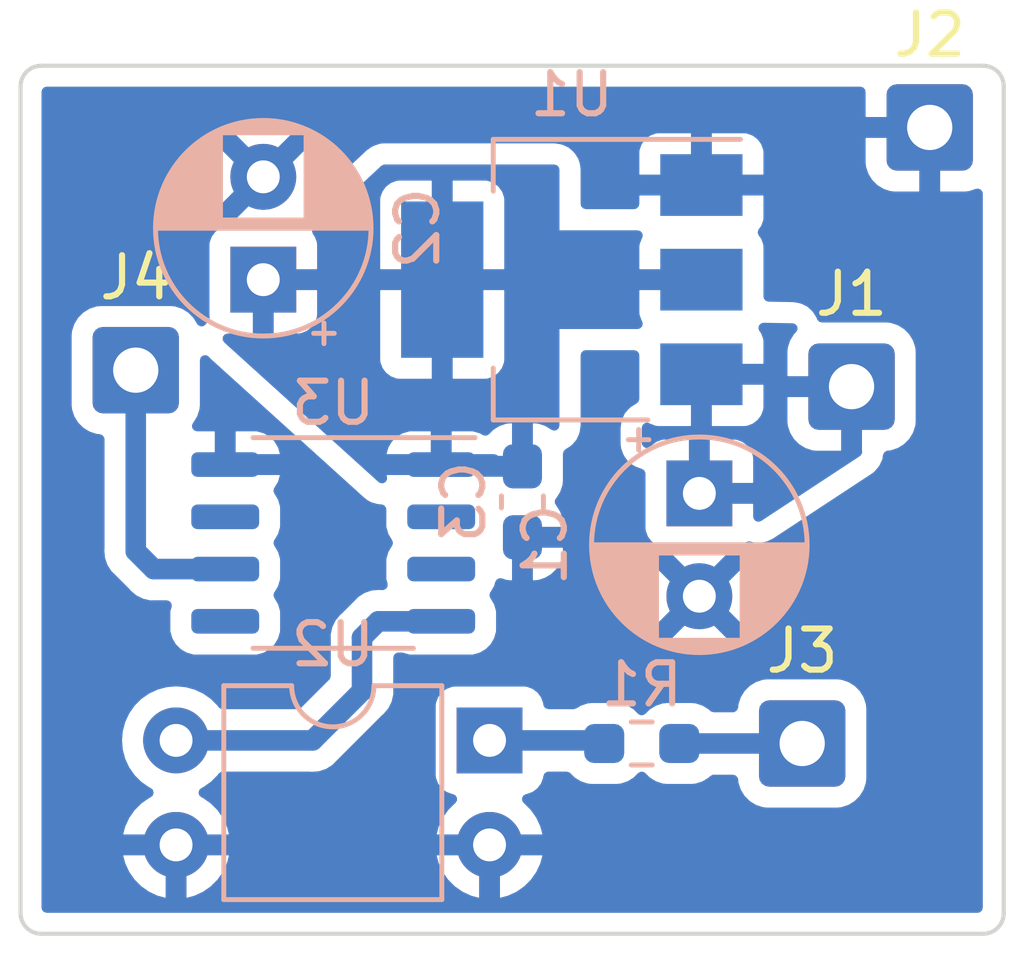
<source format=kicad_pcb>
(kicad_pcb (version 20211014) (generator pcbnew)
  (layers (0 "F.Cu" signal) (31 "B.Cu" signal) (34 "B.Paste" user) (35 "F.Paste" user) (36 "B.SilkS" user "B.Silkscreen") (37 "F.SilkS" user "F.Silkscreen") (38 "B.Mask" user) (39 "F.Mask" user) (44 "Edge.Cuts" user))
  (net 0 "")
  (net 1 "+12V")
  (net 2 "GND")
  (net 3 "+5V")
  (net 4 "Net-(J3-Pad1)")
  (net 5 "/PWM_OUT")
  (net 6 "Net-(R1-Pad2)")
  (net 7 "/INPUT")
  (footprint "Connector_Wire:SolderWire-0.5sqmm_1x01_D0.9mm_OD2.1mm" (layer "F.Cu") (at 145.5 62.4)
    (fp_text reference "J4" (at 0 -2.25) (layer "F.SilkS"))
    (fp_text value "PWM")
    (pad "1" thru_hole roundrect (at 0 0) (size 2.1 2.1) (drill 1.1) (layers *.Cu *.Mask) (roundrect_rratio 0.1190480952) (net 5 "/PWM_OUT"))
  )
  (footprint "Connector_Wire:SolderWire-0.5sqmm_1x01_D0.9mm_OD2.1mm" (layer "F.Cu") (at 164.8 56.5)
    (fp_text reference "J2" (at 0 -2.25) (layer "F.SilkS"))
    (fp_text value "GND")
    (pad "1" thru_hole roundrect (at 0 0) (size 2.1 2.1) (drill 1.1) (layers *.Cu *.Mask) (roundrect_rratio 0.1190480952) (net 2 "GND"))
  )
  (footprint "Connector_Wire:SolderWire-0.5sqmm_1x01_D0.9mm_OD2.1mm" (layer "F.Cu") (at 161.7 71.475)
    (fp_text reference "J3" (at 0 -2.25) (layer "F.SilkS"))
    (fp_text value "INPUT")
    (pad "1" thru_hole roundrect (at 0 0) (size 2.1 2.1) (drill 1.1) (layers *.Cu *.Mask) (roundrect_rratio 0.1190480952) (net 4 "Net-(J3-Pad1)"))
  )
  (footprint "Connector_Wire:SolderWire-0.5sqmm_1x01_D0.9mm_OD2.1mm" (layer "F.Cu") (at 162.9 62.8)
    (fp_text reference "J1" (at 0 -2.25) (layer "F.SilkS"))
    (fp_text value "Vin")
    (pad "1" thru_hole roundrect (at 0 0) (size 2.1 2.1) (drill 1.1) (layers *.Cu *.Mask) (roundrect_rratio 0.1190480952) (net 1 "+12V"))
  )
  (footprint "Resistor_SMD:R_0603_1608Metric_Pad0.98x0.95mm_HandSolder" (layer "B.Cu") (at 157.8 71.475 180)
    (fp_text reference "R1" (at 0 1.43) (layer "B.SilkS") (effects (justify mirror)))
    (fp_text value "10k")
    (fp_line (start -0.254724 -0.5225) (end 0.254724 -0.5225) (layer "B.SilkS") (width 0.12))
    (fp_line (start -0.254724 0.5225) (end 0.254724 0.5225) (layer "B.SilkS") (width 0.12))
    (pad "1" smd roundrect (at -0.9125 0 180) (size 0.975 0.95) (layers "B.Cu" "B.Paste" "B.Mask") (net 4 "Net-(J3-Pad1)"))
    (pad "2" smd roundrect (at 0.9125 0 180) (size 0.975 0.95) (layers "B.Cu" "B.Paste" "B.Mask") (net 6 "Net-(R1-Pad2)"))
  )
  (footprint "Capacitor_THT:CP_Radial_D5.0mm_P2.50mm" (layer "B.Cu") (at 148.6 60.2 90)
    (fp_text reference "C2" (at 1.25 3.75 90) (layer "B.SilkS") (effects (justify mirror)))
    (fp_text value "10u")
    (fp_line (start 1.61 2.556) (end 1.61 1.04) (layer "B.SilkS") (width 0.12))
    (fp_line (start 1.65 -1.04) (end 1.65 -2.55) (layer "B.SilkS") (width 0.12))
    (fp_line (start 1.81 -1.04) (end 1.81 -2.52) (layer "B.SilkS") (width 0.12))
    (fp_line (start 2.851 -1.04) (end 2.851 -2.035) (layer "B.SilkS") (width 0.12))
    (fp_line (start 2.971 -1.04) (end 2.971 -1.937) (layer "B.SilkS") (width 0.12))
    (fp_line (start 1.89 2.501) (end 1.89 1.04) (layer "B.SilkS") (width 0.12))
    (fp_line (start 3.171 -1.04) (end 3.171 -1.743) (layer "B.SilkS") (width 0.12))
    (fp_line (start 2.211 -1.04) (end 2.211 -2.398) (layer "B.SilkS") (width 0.12))
    (fp_line (start 3.411 1.443) (end 3.411 1.04) (layer "B.SilkS") (width 0.12))
    (fp_line (start 1.57 2.561) (end 1.57 1.04) (layer "B.SilkS") (width 0.12))
    (fp_line (start 1.37 2.578) (end 1.37 -2.578) (layer "B.SilkS") (width 0.12))
    (fp_line (start 2.731 2.122) (end 2.731 1.04) (layer "B.SilkS") (width 0.12))
    (fp_line (start 2.651 2.175) (end 2.651 1.04) (layer "B.SilkS") (width 0.12))
    (fp_line (start 1.77 2.528) (end 1.77 1.04) (layer "B.SilkS") (width 0.12))
    (fp_line (start 2.731 -1.04) (end 2.731 -2.122) (layer "B.SilkS") (width 0.12))
    (fp_line (start 2.891 -1.04) (end 2.891 -2.004) (layer "B.SilkS") (width 0.12))
    (fp_line (start 2.651 -1.04) (end 2.651 -2.175) (layer "B.SilkS") (width 0.12))
    (fp_line (start 3.531 -1.04) (end 3.531 -1.251) (layer "B.SilkS") (width 0.12))
    (fp_line (start 2.411 2.31) (end 2.411 1.04) (layer "B.SilkS") (width 0.12))
    (fp_line (start 3.171 1.743) (end 3.171 1.04) (layer "B.SilkS") (width 0.12))
    (fp_line (start 2.291 2.365) (end 2.291 1.04) (layer "B.SilkS") (width 0.12))
    (fp_line (start 2.891 2.004) (end 2.891 1.04) (layer "B.SilkS") (width 0.12))
    (fp_line (start 2.171 2.414) (end 2.171 1.04) (layer "B.SilkS") (width 0.12))
    (fp_line (start 2.091 -1.04) (end 2.091 -2.442) (layer "B.SilkS") (width 0.12))
    (fp_line (start 2.011 2.468) (end 2.011 1.04) (layer "B.SilkS") (width 0.12))
    (fp_line (start 3.651 1.011) (end 3.651 -1.011) (layer "B.SilkS") (width 0.12))
    (fp_line (start 1.93 2.491) (end 1.93 1.04) (layer "B.SilkS") (width 0.12))
    (fp_line (start 1.25 2.58) (end 1.25 -2.58) (layer "B.SilkS") (width 0.12))
    (fp_line (start 2.131 -1.04) (end 2.131 -2.428) (layer "B.SilkS") (width 0.12))
    (fp_line (start 2.411 -1.04) (end 2.411 -2.31) (layer "B.SilkS") (width 0.12))
    (fp_line (start 3.771 0.677) (end 3.771 -0.677) (layer "B.SilkS") (width 0.12))
    (fp_line (start 3.451 -1.04) (end 3.451 -1.383) (layer "B.SilkS") (width 0.12))
    (fp_line (start 3.011 1.901) (end 3.011 1.04) (layer "B.SilkS") (width 0.12))
    (fp_line (start 1.971 2.48) (end 1.971 1.04) (layer "B.SilkS") (width 0.12))
    (fp_line (start 2.451 2.29) (end 2.451 1.04) (layer "B.SilkS") (width 0.12))
    (fp_line (start 1.33 2.579) (end 1.33 -2.579) (layer "B.SilkS") (width 0.12))
    (fp_line (start 3.531 1.251) (end 3.531 1.04) (layer "B.SilkS") (width 0.12))
    (fp_line (start 3.371 1.5) (end 3.371 1.04) (layer "B.SilkS") (width 0.12))
    (fp_line (start 1.73 2.536) (end 1.73 1.04) (layer "B.SilkS") (width 0.12))
    (fp_line (start 1.69 2.543) (end 1.69 1.04) (layer "B.SilkS") (width 0.12))
    (fp_line (start 2.371 -1.04) (end 2.371 -2.329) (layer "B.SilkS") (width 0.12))
    (fp_line (start 3.491 1.319) (end 3.491 1.04) (layer "B.SilkS") (width 0.12))
    (fp_line (start 2.771 -1.04) (end 2.771 -2.095) (layer "B.SilkS") (width 0.12))
    (fp_line (start 2.571 2.224) (end 2.571 1.04) (layer "B.SilkS") (width 0.12))
    (fp_line (start 2.371 2.329) (end 2.371 1.04) (layer "B.SilkS") (width 0.12))
    (fp_line (start 2.691 2.149) (end 2.691 1.04) (layer "B.SilkS") (width 0.12))
    (fp_line (start 2.851 2.035) (end 2.851 1.04) (layer "B.SilkS") (width 0.12))
    (fp_line (start 3.691 0.915) (end 3.691 -0.915) (layer "B.SilkS") (width 0.12))
    (fp_line (start 3.211 1.699) (end 3.211 1.04) (layer "B.SilkS") (width 0.12))
    (fp_line (start 3.251 -1.04) (end 3.251 -1.653) (layer "B.SilkS") (width 0.12))
    (fp_line (start 1.85 -1.04) (end 1.85 -2.511) (layer "B.SilkS") (width 0.12))
    (fp_line (start 3.091 1.826) (end 3.091 1.04) (layer "B.SilkS") (width 0.12))
    (fp_line (start 1.65 2.55) (end 1.65 1.04) (layer "B.SilkS") (width 0.12))
    (fp_line (start 2.531 2.247) (end 2.531 1.04) (layer "B.SilkS") (width 0.12))
    (fp_line (start 2.131 2.428) (end 2.131 1.04) (layer "B.SilkS") (width 0.12))
    (fp_line (start 1.53 -1.04) (end 1.53 -2.565) (layer "B.SilkS") (width 0.12))
    (fp_line (start 3.051 1.864) (end 3.051 1.04) (layer "B.SilkS") (width 0.12))
    (fp_line (start 1.81 2.52) (end 1.81 1.04) (layer "B.SilkS") (width 0.12))
    (fp_line (start 1.77 -1.04) (end 1.77 -2.528) (layer "B.SilkS") (width 0.12))
    (fp_line (start 3.491 -1.04) (end 3.491 -1.319) (layer "B.SilkS") (width 0.12))
    (fp_line (start 2.171 -1.04) (end 2.171 -2.414) (layer "B.SilkS") (width 0.12))
    (fp_line (start 2.771 2.095) (end 2.771 1.04) (layer "B.SilkS") (width 0.12))
    (fp_line (start 2.811 -1.04) (end 2.811 -2.065) (layer "B.SilkS") (width 0.12))
    (fp_line (start -1.304775 1.725) (end -1.304775 1.225) (layer "B.SilkS") (width 0.12))
    (fp_line (start 2.611 2.2) (end 2.611 1.04) (layer "B.SilkS") (width 0.12))
    (fp_line (start 3.331 1.554) (end 3.331 1.04) (layer "B.SilkS") (width 0.12))
    (fp_line (start 2.811 2.065) (end 2.811 1.04) (layer "B.SilkS") (width 0.12))
    (fp_line (start 1.41 2.576) (end 1.41 -2.576) (layer "B.SilkS") (width 0.12))
    (fp_line (start 2.491 2.268) (end 2.491 1.04) (layer "B.SilkS") (width 0.12))
    (fp_line (start 2.931 1.971) (end 2.931 1.04) (layer "B.SilkS") (width 0.12))
    (fp_line (start 1.49 -1.04) (end 1.49 -2.569) (layer "B.SilkS") (width 0.12))
    (fp_line (start 1.69 -1.04) (end 1.69 -2.543) (layer "B.SilkS") (width 0.12))
    (fp_line (start 1.53 2.565) (end 1.53 1.04) (layer "B.SilkS") (width 0.12))
    (fp_line (start 1.49 2.569) (end 1.49 1.04) (layer "B.SilkS") (width 0.12))
    (fp_line (start 3.051 -1.04) (end 3.051 -1.864) (layer "B.SilkS") (width 0.12))
    (fp_line (start 1.57 -1.04) (end 1.57 -2.561) (layer "B.SilkS") (width 0.12))
    (fp_line (start 2.091 2.442) (end 2.091 1.04) (layer "B.SilkS") (width 0.12))
    (fp_line (start 2.331 2.348) (end 2.331 1.04) (layer "B.SilkS") (width 0.12))
    (fp_line (start 2.531 -1.04) (end 2.531 -2.247) (layer "B.SilkS") (width 0.12))
    (fp_line (start 3.371 -1.04) (end 3.371 -1.5) (layer "B.SilkS") (width 0.12))
    (fp_line (start 2.251 -1.04) (end 2.251 -2.382) (layer "B.SilkS") (width 0.12))
    (fp_line (start 3.811 0.518) (end 3.811 -0.518) (layer "B.SilkS") (width 0.12))
    (fp_line (start 3.131 1.785) (end 3.131 1.04) (layer "B.SilkS") (width 0.12))
    (fp_line (start 3.091 -1.04) (end 3.091 -1.826) (layer "B.SilkS") (width 0.12))
    (fp_line (start 2.051 2.455) (end 2.051 1.04) (layer "B.SilkS") (width 0.12))
    (fp_line (start 2.971 1.937) (end 2.971 1.04) (layer "B.SilkS") (width 0.12))
    (fp_line (start 2.291 -1.04) (end 2.291 -2.365) (layer "B.SilkS") (width 0.12))
    (fp_line (start 3.251 1.653) (end 3.251 1.04) (layer "B.SilkS") (width 0.12))
    (fp_line (start 1.85 2.511) (end 1.85 1.04) (layer "B.SilkS") (width 0.12))
    (fp_line (start 1.61 -1.04) (end 1.61 -2.556) (layer "B.SilkS") (width 0.12))
    (fp_line (start 2.331 -1.04) (end 2.331 -2.348) (layer "B.SilkS") (width 0.12))
    (fp_line (start 2.011 -1.04) (end 2.011 -2.468) (layer "B.SilkS") (width 0.12))
    (fp_line (start 3.851 0.284) (end 3.851 -0.284) (layer "B.SilkS") (width 0.12))
    (fp_line (start 1.45 2.573) (end 1.45 -2.573) (layer "B.SilkS") (width 0.12))
    (fp_line (start 2.931 -1.04) (end 2.931 -1.971) (layer "B.SilkS") (width 0.12))
    (fp_line (start 3.411 -1.04) (end 3.411 -1.443) (layer "B.SilkS") (width 0.12))
    (fp_line (start 3.291 -1.04) (end 3.291 -1.605) (layer "B.SilkS") (width 0.12))
    (fp_line (start 2.691 -1.04) (end 2.691 -2.149) (layer "B.SilkS") (width 0.12))
    (fp_line (start 2.491 -1.04) (end 2.491 -2.268) (layer "B.SilkS") (width 0.12))
    (fp_line (start 3.011 -1.04) (end 3.011 -1.901) (layer "B.SilkS") (width 0.12))
    (fp_line (start 3.731 0.805) (end 3.731 -0.805) (layer "B.SilkS") (width 0.12))
    (fp_line (start 2.571 -1.04) (end 2.571 -2.224) (layer "B.SilkS") (width 0.12))
    (fp_line (start 3.331 -1.04) (end 3.331 -1.554) (layer "B.SilkS") (width 0.12))
    (fp_line (start 3.571 1.178) (end 3.571 -1.178) (layer "B.SilkS") (width 0.12))
    (fp_line (start 1.93 -1.04) (end 1.93 -2.491) (layer "B.SilkS") (width 0.12))
    (fp_line (start 3.611 1.098) (end 3.611 -1.098) (layer "B.SilkS") (width 0.12))
    (fp_line (start -1.554775 1.475) (end -1.054775 1.475) (layer "B.SilkS") (width 0.12))
    (fp_line (start 2.251 2.382) (end 2.251 1.04) (layer "B.SilkS") (width 0.12))
    (fp_line (start 3.211 -1.04) (end 3.211 -1.699) (layer "B.SilkS") (width 0.12))
    (fp_line (start 1.29 2.58) (end 1.29 -2.58) (layer "B.SilkS") (width 0.12))
    (fp_line (start 3.451 1.383) (end 3.451 1.04) (layer "B.SilkS") (width 0.12))
    (fp_line (start 1.73 -1.04) (end 1.73 -2.536) (layer "B.SilkS") (width 0.12))
    (fp_line (start 3.291 1.605) (end 3.291 1.04) (layer "B.SilkS") (width 0.12))
    (fp_line (start 1.971 -1.04) (end 1.971 -2.48) (layer "B.SilkS") (width 0.12))
    (fp_line (start 2.051 -1.04) (end 2.051 -2.455) (layer "B.SilkS") (width 0.12))
    (fp_line (start 3.131 -1.04) (end 3.131 -1.785) (layer "B.SilkS") (width 0.12))
    (fp_line (start 2.211 2.398) (end 2.211 1.04) (layer "B.SilkS") (width 0.12))
    (fp_line (start 2.451 -1.04) (end 2.451 -2.29) (layer "B.SilkS") (width 0.12))
    (fp_line (start 1.89 -1.04) (end 1.89 -2.501) (layer "B.SilkS") (width 0.12))
    (fp_line (start 2.611 -1.04) (end 2.611 -2.2) (layer "B.SilkS") (width 0.12))
    (fp_circle (center 1.25 0) (end 3.87 0) (layer "B.SilkS") (width 0.12) (fill none))
    (pad "1" thru_hole rect (at 0 0 90) (size 1.6 1.6) (drill 0.8) (layers *.Cu *.Mask) (net 3 "+5V"))
    (pad "2" thru_hole circle (at 2.5 0 90) (size 1.6 1.6) (drill 0.8) (layers *.Cu *.Mask) (net 2 "GND"))
  )
  (footprint "Package_DIP:DIP-4_W7.62mm" (layer "B.Cu") (at 154.1 71.4 180)
    (fp_text reference "U2" (at 3.81 2.33) (layer "B.SilkS") (effects (justify mirror)))
    (fp_text value "LTV-817")
    (fp_line (start 6.46 1.33) (end 4.81 1.33) (layer "B.SilkS") (width 0.12))
    (fp_line (start 1.16 1.33) (end 1.16 -3.87) (layer "B.SilkS") (width 0.12))
    (fp_line (start 2.81 1.33) (end 1.16 1.33) (layer "B.SilkS") (width 0.12))
    (fp_line (start 1.16 -3.87) (end 6.46 -3.87) (layer "B.SilkS") (width 0.12))
    (fp_line (start 6.46 -3.87) (end 6.46 1.33) (layer "B.SilkS") (width 0.12))
    (fp_arc (start 2.81 1.33) (mid 3.81 0.33) (end 4.81 1.33) (layer "B.SilkS") (width 0.12))
    (pad "1" thru_hole rect (at 0 0 180) (size 1.6 1.6) (drill 0.8) (layers *.Cu *.Mask) (net 6 "Net-(R1-Pad2)"))
    (pad "2" thru_hole oval (at 0 -2.54 180) (size 1.6 1.6) (drill 0.8) (layers *.Cu *.Mask) (net 2 "GND"))
    (pad "3" thru_hole oval (at 7.62 -2.54 180) (size 1.6 1.6) (drill 0.8) (layers *.Cu *.Mask) (net 2 "GND"))
    (pad "4" thru_hole oval (at 7.62 0 180) (size 1.6 1.6) (drill 0.8) (layers *.Cu *.Mask) (net 7 "/INPUT"))
  )
  (footprint "Package_SO:SOP-8_3.9x4.9mm_P1.27mm" (layer "B.Cu") (at 150.3 66.6 180)
    (fp_text reference "U3" (at 0 3.4) (layer "B.SilkS") (effects (justify mirror)))
    (fp_text value "PFS154-S08")
    (fp_line (start 0 -2.56) (end 1.95 -2.56) (layer "B.SilkS") (width 0.12))
    (fp_line (start 0 2.56) (end 1.95 2.56) (layer "B.SilkS") (width 0.12))
    (fp_line (start 0 2.56) (end -3.45 2.56) (layer "B.SilkS") (width 0.12))
    (fp_line (start 0 -2.56) (end -1.95 -2.56) (layer "B.SilkS") (width 0.12))
    (pad "1" smd roundrect (at -2.625 1.905 180) (size 1.65 0.6) (layers "B.Cu" "B.Paste" "B.Mask") (net 3 "+5V"))
    (pad "2" smd roundrect (at -2.625 0.635 180) (size 1.65 0.6) (layers "B.Cu" "B.Paste" "B.Mask"))
    (pad "3" smd roundrect (at -2.625 -0.635 180) (size 1.65 0.6) (layers "B.Cu" "B.Paste" "B.Mask"))
    (pad "4" smd roundrect (at -2.625 -1.905 180) (size 1.65 0.6) (layers "B.Cu" "B.Paste" "B.Mask") (net 7 "/INPUT"))
    (pad "5" smd roundrect (at 2.625 -1.905 180) (size 1.65 0.6) (layers "B.Cu" "B.Paste" "B.Mask"))
    (pad "6" smd roundrect (at 2.625 -0.635 180) (size 1.65 0.6) (layers "B.Cu" "B.Paste" "B.Mask") (net 5 "/PWM_OUT"))
    (pad "7" smd roundrect (at 2.625 0.635 180) (size 1.65 0.6) (layers "B.Cu" "B.Paste" "B.Mask"))
    (pad "8" smd roundrect (at 2.625 1.905 180) (size 1.65 0.6) (layers "B.Cu" "B.Paste" "B.Mask") (net 2 "GND"))
  )
  (footprint "Capacitor_THT:CP_Radial_D5.0mm_P2.50mm" (layer "B.Cu") (at 159.2 65.394887 -90)
    (fp_text reference "C1" (at 1.25 3.75 90) (layer "B.SilkS") (effects (justify mirror)))
    (fp_text value "10u")
    (fp_line (start 2.611 -1.04) (end 2.611 -2.2) (layer "B.SilkS") (width 0.12))
    (fp_line (start 1.69 -1.04) (end 1.69 -2.543) (layer "B.SilkS") (width 0.12))
    (fp_line (start 2.211 -1.04) (end 2.211 -2.398) (layer "B.SilkS") (width 0.12))
    (fp_line (start 2.451 -1.04) (end 2.451 -2.29) (layer "B.SilkS") (width 0.12))
    (fp_line (start 3.131 1.785) (end 3.131 1.04) (layer "B.SilkS") (width 0.12))
    (fp_line (start 2.931 1.971) (end 2.931 1.04) (layer "B.SilkS") (width 0.12))
    (fp_line (start 3.291 -1.04) (end 3.291 -1.605) (layer "B.SilkS") (width 0.12))
    (fp_line (start 2.771 2.095) (end 2.771 1.04) (layer "B.SilkS") (width 0.12))
    (fp_line (start 1.37 2.578) (end 1.37 -2.578) (layer "B.SilkS") (width 0.12))
    (fp_line (start 1.69 2.543) (end 1.69 1.04) (layer "B.SilkS") (width 0.12))
    (fp_line (start 2.451 2.29) (end 2.451 1.04) (layer "B.SilkS") (width 0.12))
    (fp_line (start 2.571 2.224) (end 2.571 1.04) (layer "B.SilkS") (width 0.12))
    (fp_line (start 2.331 -1.04) (end 2.331 -2.348) (layer "B.SilkS") (width 0.12))
    (fp_line (start 1.53 2.565) (end 1.53 1.04) (layer "B.SilkS") (width 0.12))
    (fp_line (start 1.73 2.536) (end 1.73 1.04) (layer "B.SilkS") (width 0.12))
    (fp_line (start 2.531 2.247) (end 2.531 1.04) (layer "B.SilkS") (width 0.12))
    (fp_line (start 2.651 2.175) (end 2.651 1.04) (layer "B.SilkS") (width 0.12))
    (fp_line (start 2.571 -1.04) (end 2.571 -2.224) (layer "B.SilkS") (width 0.12))
    (fp_line (start 3.251 -1.04) (end 3.251 -1.653) (layer "B.SilkS") (width 0.12))
    (fp_line (start 2.131 -1.04) (end 2.131 -2.428) (layer "B.SilkS") (width 0.12))
    (fp_line (start -1.304775 1.725) (end -1.304775 1.225) (layer "B.SilkS") (width 0.12))
    (fp_line (start 2.971 -1.04) (end 2.971 -1.937) (layer "B.SilkS") (width 0.12))
    (fp_line (start 2.371 -1.04) (end 2.371 -2.329) (layer "B.SilkS") (width 0.12))
    (fp_line (start 1.93 2.491) (end 1.93 1.04) (layer "B.SilkS") (width 0.12))
    (fp_line (start 1.73 -1.04) (end 1.73 -2.536) (layer "B.SilkS") (width 0.12))
    (fp_line (start 2.811 -1.04) (end 2.811 -2.065) (layer "B.SilkS") (width 0.12))
    (fp_line (start 2.891 -1.04) (end 2.891 -2.004) (layer "B.SilkS") (width 0.12))
    (fp_line (start 2.251 -1.04) (end 2.251 -2.382) (layer "B.SilkS") (width 0.12))
    (fp_line (start -1.554775 1.475) (end -1.054775 1.475) (layer "B.SilkS") (width 0.12))
    (fp_line (start 1.93 -1.04) (end 1.93 -2.491) (layer "B.SilkS") (width 0.12))
    (fp_line (start 3.331 -1.04) (end 3.331 -1.554) (layer "B.SilkS") (width 0.12))
    (fp_line (start 2.291 2.365) (end 2.291 1.04) (layer "B.SilkS") (width 0.12))
    (fp_line (start 1.89 -1.04) (end 1.89 -2.501) (layer "B.SilkS") (width 0.12))
    (fp_line (start 3.611 1.098) (end 3.611 -1.098) (layer "B.SilkS") (width 0.12))
    (fp_line (start 3.291 1.605) (end 3.291 1.04) (layer "B.SilkS") (width 0.12))
    (fp_line (start 1.85 -1.04) (end 1.85 -2.511) (layer "B.SilkS") (width 0.12))
    (fp_line (start 3.531 -1.04) (end 3.531 -1.251) (layer "B.SilkS") (width 0.12))
    (fp_line (start 1.81 -1.04) (end 1.81 -2.52) (layer "B.SilkS") (width 0.12))
    (fp_line (start 3.371 -1.04) (end 3.371 -1.5) (layer "B.SilkS") (width 0.12))
    (fp_line (start 1.61 -1.04) (end 1.61 -2.556) (layer "B.SilkS") (width 0.12))
    (fp_line (start 3.651 1.011) (end 3.651 -1.011) (layer "B.SilkS") (width 0.12))
    (fp_line (start 2.811 2.065) (end 2.811 1.04) (layer "B.SilkS") (width 0.12))
    (fp_line (start 1.57 -1.04) (end 1.57 -2.561) (layer "B.SilkS") (width 0.12))
    (fp_line (start 3.811 0.518) (end 3.811 -0.518) (layer "B.SilkS") (width 0.12))
    (fp_line (start 2.491 -1.04) (end 2.491 -2.268) (layer "B.SilkS") (width 0.12))
    (fp_line (start 2.691 2.149) (end 2.691 1.04) (layer "B.SilkS") (width 0.12))
    (fp_line (start 3.491 1.319) (end 3.491 1.04) (layer "B.SilkS") (width 0.12))
    (fp_line (start 3.411 -1.04) (end 3.411 -1.443) (layer "B.SilkS") (width 0.12))
    (fp_line (start 3.091 -1.04) (end 3.091 -1.826) (layer "B.SilkS") (width 0.12))
    (fp_line (start 3.251 1.653) (end 3.251 1.04) (layer "B.SilkS") (width 0.12))
    (fp_line (start 2.851 2.035) (end 2.851 1.04) (layer "B.SilkS") (width 0.12))
    (fp_line (start 1.29 2.58) (end 1.29 -2.58) (layer "B.SilkS") (width 0.12))
    (fp_line (start 2.891 2.004) (end 2.891 1.04) (layer "B.SilkS") (width 0.12))
    (fp_line (start 2.331 2.348) (end 2.331 1.04) (layer "B.SilkS") (width 0.12))
    (fp_line (start 2.691 -1.04) (end 2.691 -2.149) (layer "B.SilkS") (width 0.12))
    (fp_line (start 2.291 -1.04) (end 2.291 -2.365) (layer "B.SilkS") (width 0.12))
    (fp_line (start 2.971 1.937) (end 2.971 1.04) (layer "B.SilkS") (width 0.12))
    (fp_line (start 2.731 2.122) (end 2.731 1.04) (layer "B.SilkS") (width 0.12))
    (fp_line (start 3.531 1.251) (end 3.531 1.04) (layer "B.SilkS") (width 0.12))
    (fp_line (start 2.091 2.442) (end 2.091 1.04) (layer "B.SilkS") (width 0.12))
    (fp_line (start 2.171 -1.04) (end 2.171 -2.414) (layer "B.SilkS") (width 0.12))
    (fp_line (start 2.091 -1.04) (end 2.091 -2.442) (layer "B.SilkS") (width 0.12))
    (fp_line (start 2.411 2.31) (end 2.411 1.04) (layer "B.SilkS") (width 0.12))
    (fp_line (start 2.531 -1.04) (end 2.531 -2.247) (layer "B.SilkS") (width 0.12))
    (fp_line (start 1.33 2.579) (end 1.33 -2.579) (layer "B.SilkS") (width 0.12))
    (fp_line (start 2.131 2.428) (end 2.131 1.04) (layer "B.SilkS") (width 0.12))
    (fp_line (start 1.49 2.569) (end 1.49 1.04) (layer "B.SilkS") (width 0.12))
    (fp_line (start 3.131 -1.04) (end 3.131 -1.785) (layer "B.SilkS") (width 0.12))
    (fp_line (start 3.491 -1.04) (end 3.491 -1.319) (layer "B.SilkS") (width 0.12))
    (fp_line (start 2.651 -1.04) (end 2.651 -2.175) (layer "B.SilkS") (width 0.12))
    (fp_line (start 2.051 2.455) (end 2.051 1.04) (layer "B.SilkS") (width 0.12))
    (fp_line (start 3.451 1.383) (end 3.451 1.04) (layer "B.SilkS") (width 0.12))
    (fp_line (start 3.171 -1.04) (end 3.171 -1.743) (layer "B.SilkS") (width 0.12))
    (fp_line (start 3.331 1.554) (end 3.331 1.04) (layer "B.SilkS") (width 0.12))
    (fp_line (start 3.731 0.805) (end 3.731 -0.805) (layer "B.SilkS") (width 0.12))
    (fp_line (start 2.931 -1.04) (end 2.931 -1.971) (layer "B.SilkS") (width 0.12))
    (fp_line (start 3.451 -1.04) (end 3.451 -1.383) (layer "B.SilkS") (width 0.12))
    (fp_line (start 1.89 2.501) (end 1.89 1.04) (layer "B.SilkS") (width 0.12))
    (fp_line (start 1.65 -1.04) (end 1.65 -2.55) (layer "B.SilkS") (width 0.12))
    (fp_line (start 3.011 1.901) (end 3.011 1.04) (layer "B.SilkS") (width 0.12))
    (fp_line (start 3.171 1.743) (end 3.171 1.04) (layer "B.SilkS") (width 0.12))
    (fp_line (start 2.731 -1.04) (end 2.731 -2.122) (layer "B.SilkS") (width 0.12))
    (fp_line (start 1.77 -1.04) (end 1.77 -2.528) (layer "B.SilkS") (width 0.12))
    (fp_line (start 1.971 2.48) (end 1.971 1.04) (layer "B.SilkS") (width 0.12))
    (fp_line (start 3.411 1.443) (end 3.411 1.04) (layer "B.SilkS") (width 0.12))
    (fp_line (start 1.57 2.561) (end 1.57 1.04) (layer "B.SilkS") (width 0.12))
    (fp_line (start 3.051 -1.04) (end 3.051 -1.864) (layer "B.SilkS") (width 0.12))
    (fp_line (start 1.85 2.511) (end 1.85 1.04) (layer "B.SilkS") (width 0.12))
    (fp_line (start 3.211 -1.04) (end 3.211 -1.699) (layer "B.SilkS") (width 0.12))
    (fp_line (start 1.53 -1.04) (end 1.53 -2.565) (layer "B.SilkS") (width 0.12))
    (fp_line (start 1.45 2.573) (end 1.45 -2.573) (layer "B.SilkS") (width 0.12))
    (fp_line (start 2.011 2.468) (end 2.011 1.04) (layer "B.SilkS") (width 0.12))
    (fp_line (start 2.011 -1.04) (end 2.011 -2.468) (layer "B.SilkS") (width 0.12))
    (fp_line (start 2.171 2.414) (end 2.171 1.04) (layer "B.SilkS") (width 0.12))
    (fp_line (start 1.65 2.55) (end 1.65 1.04) (layer "B.SilkS") (width 0.12))
    (fp_line (start 2.251 2.382) (end 2.251 1.04) (layer "B.SilkS") (width 0.12))
    (fp_line (start 3.091 1.826) (end 3.091 1.04) (layer "B.SilkS") (width 0.12))
    (fp_line (start 2.771 -1.04) (end 2.771 -2.095) (layer "B.SilkS") (width 0.12))
    (fp_line (start 1.49 -1.04) (end 1.49 -2.569) (layer "B.SilkS") (width 0.12))
    (fp_line (start 3.211 1.699) (end 3.211 1.04) (layer "B.SilkS") (width 0.12))
    (fp_line (start 3.371 1.5) (end 3.371 1.04) (layer "B.SilkS") (width 0.12))
    (fp_line (start 2.411 -1.04) (end 2.411 -2.31) (layer "B.SilkS") (width 0.12))
    (fp_line (start 1.77 2.528) (end 1.77 1.04) (layer "B.SilkS") (width 0.12))
    (fp_line (start 3.691 0.915) (end 3.691 -0.915) (layer "B.SilkS") (width 0.12))
    (fp_line (start 3.011 -1.04) (end 3.011 -1.901) (layer "B.SilkS") (width 0.12))
    (fp_line (start 1.971 -1.04) (end 1.971 -2.48) (layer "B.SilkS") (width 0.12))
    (fp_line (start 2.491 2.268) (end 2.491 1.04) (layer "B.SilkS") (width 0.12))
    (fp_line (start 1.81 2.52) (end 1.81 1.04) (layer "B.SilkS") (width 0.12))
    (fp_line (start 3.851 0.284) (end 3.851 -0.284) (layer "B.SilkS") (width 0.12))
    (fp_line (start 2.611 2.2) (end 2.611 1.04) (layer "B.SilkS") (width 0.12))
    (fp_line (start 2.371 2.329) (end 2.371 1.04) (layer "B.SilkS") (width 0.12))
    (fp_line (start 3.051 1.864) (end 3.051 1.04) (layer "B.SilkS") (width 0.12))
    (fp_line (start 3.571 1.178) (end 3.571 -1.178) (layer "B.SilkS") (width 0.12))
    (fp_line (start 2.851 -1.04) (end 2.851 -2.035) (layer "B.SilkS") (width 0.12))
    (fp_line (start 1.41 2.576) (end 1.41 -2.576) (layer "B.SilkS") (width 0.12))
    (fp_line (start 2.051 -1.04) (end 2.051 -2.455) (layer "B.SilkS") (width 0.12))
    (fp_line (start 2.211 2.398) (end 2.211 1.04) (layer "B.SilkS") (width 0.12))
    (fp_line (start 1.25 2.58) (end 1.25 -2.58) (layer "B.SilkS") (width 0.12))
    (fp_line (start 1.61 2.556) (end 1.61 1.04) (layer "B.SilkS") (width 0.12))
    (fp_line (start 3.771 0.677) (end 3.771 -0.677) (layer "B.SilkS") (width 0.12))
    (fp_circle (center 1.25 0) (end 3.87 0) (layer "B.SilkS") (width 0.12) (fill none))
    (pad "1" thru_hole rect (at 0 0 270) (size 1.6 1.6) (drill 0.8) (layers *.Cu *.Mask) (net 1 "+12V"))
    (pad "2" thru_hole circle (at 2.5 0 270) (size 1.6 1.6) (drill 0.8) (layers *.Cu *.Mask) (net 2 "GND"))
  )
  (footprint "Package_TO_SOT_SMD:SOT-223-3_TabPin2" (layer "B.Cu") (at 156.1 60.2 180)
    (fp_text reference "U1" (at 0 4.5) (layer "B.SilkS") (effects (justify mirror)))
    (fp_text value "AMS1117-5.0")
    (fp_line (start -4.1 3.41) (end 1.91 3.41) (layer "B.SilkS") (width 0.12))
    (fp_line (start 1.91 -3.41) (end 1.91 -2.15) (layer "B.SilkS") (width 0.12))
    (fp_line (start 1.91 3.41) (end 1.91 2.15) (layer "B.SilkS") (width 0.12))
    (fp_line (start -1.85 -3.41) (end 1.91 -3.41) (layer "B.SilkS") (width 0.12))
    (pad "1" smd rect (at -3.15 2.3 180) (size 2 1.5) (layers "B.Cu" "B.Paste" "B.Mask") (net 2 "GND"))
    (pad "2" smd rect (at 3.15 0 180) (size 2 3.8) (layers "B.Cu" "B.Paste" "B.Mask") (net 3 "+5V"))
    (pad "2" smd rect (at -3.15 0 180) (size 2 1.5) (layers "B.Cu" "B.Paste" "B.Mask") (net 3 "+5V"))
    (pad "3" smd rect (at -3.15 -2.3 180) (size 2 1.5) (layers "B.Cu" "B.Paste" "B.Mask") (net 1 "+12V"))
  )
  (footprint "Capacitor_SMD:C_0603_1608Metric_Pad1.08x0.95mm_HandSolder" (layer "B.Cu") (at 154.9 65.6 -90)
    (fp_text reference "C3" (at 0 1.43 90) (layer "B.SilkS") (effects (justify mirror)))
    (fp_text value "100n")
    (fp_line (start -0.146267 0.51) (end 0.146267 0.51) (layer "B.SilkS") (width 0.12))
    (fp_line (start -0.146267 -0.51) (end 0.146267 -0.51) (layer "B.SilkS") (width 0.12))
    (pad "1" smd roundrect (at -0.8625 0 270) (size 1.075 0.95) (layers "B.Cu" "B.Paste" "B.Mask") (net 3 "+5V"))
    (pad "2" smd roundrect (at 0.8625 0 270) (size 1.075 0.95) (layers "B.Cu" "B.Paste" "B.Mask") (net 2 "GND"))
  )
  (gr_line (start 166.6 55.5) (end 166.6 75.6) (layer "Edge.Cuts") (width 0.1))
  (gr_arc (start 142.7 55.5) (mid 142.846447 55.146447) (end 143.2 55) (layer "Edge.Cuts") (width 0.1))
  (gr_arc (start 143.2 76.1) (mid 142.846447 75.953553) (end 142.7 75.6) (layer "Edge.Cuts") (width 0.1))
  (gr_line (start 143.2 55) (end 166.1 55) (layer "Edge.Cuts") (width 0.1))
  (gr_arc (start 166.1 55) (mid 166.453553 55.146447) (end 166.6 55.5) (layer "Edge.Cuts") (width 0.1))
  (gr_arc (start 166.6 75.6) (mid 166.453553 75.953553) (end 166.1 76.1) (layer "Edge.Cuts") (width 0.1))
  (gr_line (start 166.1 76.1) (end 143.2 76.1) (layer "Edge.Cuts") (width 0.1))
  (gr_line (start 142.7 75.6) (end 142.7 55.5) (layer "Edge.Cuts") (width 0.1))
  (segment (start 158.7125 71.475) (end 161.7 71.475) (width 0.5) (layer "B.Cu") (net 4))
  (segment (start 145.5 66.8) (end 145.5 62.4) (width 0.5) (layer "B.Cu") (net 5))
  (segment (start 147.675 67.235) (end 145.935 67.235) (width 0.5) (layer "B.Cu") (net 5))
  (segment (start 145.935 67.235) (end 145.5 66.8) (width 0.5) (layer "B.Cu") (net 5))
  (segment (start 156.8125 71.4) (end 156.8875 71.475) (width 0.5) (layer "B.Cu") (net 6))
  (segment (start 154.1 71.4) (end 156.8125 71.4) (width 0.5) (layer "B.Cu") (net 6))
  (segment (start 151 68.9) (end 151.395 68.505) (width 0.5) (layer "B.Cu") (net 7))
  (segment (start 146.48 71.4) (end 149.8 71.4) (width 0.5) (layer "B.Cu") (net 7))
  (segment (start 151.395 68.505) (end 152.925 68.505) (width 0.5) (layer "B.Cu") (net 7))
  (segment (start 151 70.2) (end 151 68.9) (width 0.5) (layer "B.Cu") (net 7))
  (segment (start 149.8 71.4) (end 151 70.2) (width 0.5) (layer "B.Cu") (net 7))
  (zone (net 1) (net_name "+12V") (layer "B.Cu") (priority 1) (connect_pads (clearance 0.508)) (min_thickness 0.254) (fill yes (thermal_gap 0.508) (thermal_bridge_width 0.508))
    (polygon (pts (xy 164 63.9) (xy 160.5 66.2) (xy 157.8 66.2) (xy 157.8 61.2) (xy 164 61.3)))
  )
  (zone (net 3) (net_name "+5V") (layer "B.Cu") (priority 1) (connect_pads (clearance 0.508)) (min_thickness 0.254) (fill yes (thermal_gap 0.508) (thermal_bridge_width 0.508))
    (polygon (pts (xy 155.8 59) (xy 160.3 59) (xy 160.3 61.4) (xy 155.8 61.4) (xy 155.8 65.3) (xy 151.6 65.3) (xy 147.4 61.5) (xy 147.4 59) (xy 149.9 58.9) (xy 151.5 57.4) (xy 155.8 57.4)))
  )
  (zone (net 2) (net_name "GND") (layer "B.Cu") (connect_pads (clearance 0.508)) (min_thickness 0.254) (fill yes (thermal_gap 0.508) (thermal_bridge_width 0.508))
    (polygon (pts (xy 167.1 76.6) (xy 142.2 76.6) (xy 142.2 54.5) (xy 167.1 54.5)))
  )
)
</source>
